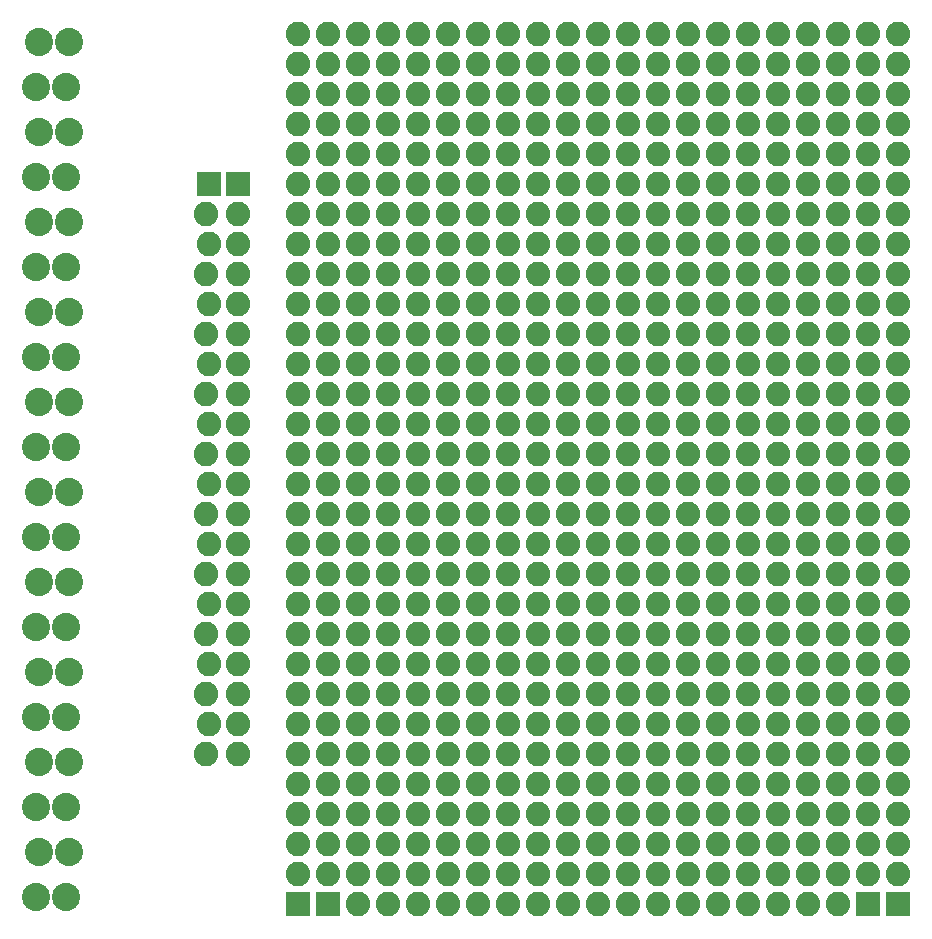
<source format=gbr>
G04 EAGLE Gerber RS-274X export*
G75*
%MOMM*%
%FSLAX34Y34*%
%LPD*%
%INSoldermask Bottom*%
%IPPOS*%
%AMOC8*
5,1,8,0,0,1.08239X$1,22.5*%
G01*
%ADD10R,2.082800X2.082800*%
%ADD11C,2.082800*%
%ADD12C,2.387600*%


D10*
X179070Y673100D03*
D11*
X176530Y647700D03*
X179070Y622300D03*
X176530Y596900D03*
X179070Y571500D03*
X176530Y546100D03*
X179070Y520700D03*
X176530Y495300D03*
X179070Y469900D03*
X176530Y444500D03*
X179070Y419100D03*
X176530Y393700D03*
X179070Y368300D03*
X176530Y342900D03*
X179070Y317500D03*
X176530Y292100D03*
X179070Y266700D03*
X176530Y241300D03*
X179070Y215900D03*
X176530Y190500D03*
D10*
X254000Y63500D03*
D11*
X254000Y88900D03*
X254000Y114300D03*
X254000Y139700D03*
X254000Y165100D03*
X254000Y190500D03*
X254000Y215900D03*
X254000Y241300D03*
X254000Y266700D03*
X254000Y292100D03*
X254000Y317500D03*
X254000Y342900D03*
X254000Y368300D03*
X254000Y393700D03*
X254000Y419100D03*
X254000Y444500D03*
X254000Y469900D03*
X254000Y495300D03*
X254000Y520700D03*
X254000Y546100D03*
X254000Y571500D03*
X254000Y596900D03*
X254000Y622300D03*
X254000Y647700D03*
X254000Y673100D03*
X254000Y698500D03*
X254000Y723900D03*
X254000Y749300D03*
X254000Y774700D03*
X254000Y800100D03*
D10*
X279400Y63500D03*
D11*
X279400Y88900D03*
X279400Y114300D03*
X279400Y139700D03*
X279400Y165100D03*
X279400Y190500D03*
X279400Y215900D03*
X279400Y241300D03*
X279400Y266700D03*
X279400Y292100D03*
X279400Y317500D03*
X279400Y342900D03*
X279400Y368300D03*
X279400Y393700D03*
X279400Y419100D03*
X279400Y444500D03*
X279400Y469900D03*
X279400Y495300D03*
X279400Y520700D03*
X279400Y546100D03*
X279400Y571500D03*
X279400Y596900D03*
X279400Y622300D03*
X279400Y647700D03*
X279400Y673100D03*
X279400Y698500D03*
X279400Y723900D03*
X279400Y749300D03*
X279400Y774700D03*
X279400Y800100D03*
D10*
X736600Y63500D03*
D11*
X736600Y88900D03*
X736600Y114300D03*
X736600Y139700D03*
X736600Y165100D03*
X736600Y190500D03*
X736600Y215900D03*
X736600Y241300D03*
X736600Y266700D03*
X736600Y292100D03*
X736600Y317500D03*
X736600Y342900D03*
X736600Y368300D03*
X736600Y393700D03*
X736600Y419100D03*
X736600Y444500D03*
X736600Y469900D03*
X736600Y495300D03*
X736600Y520700D03*
X736600Y546100D03*
X736600Y571500D03*
X736600Y596900D03*
X736600Y622300D03*
X736600Y647700D03*
X736600Y673100D03*
X736600Y698500D03*
X736600Y723900D03*
X736600Y749300D03*
X736600Y774700D03*
X736600Y800100D03*
D10*
X762000Y63500D03*
D11*
X762000Y88900D03*
X762000Y114300D03*
X762000Y139700D03*
X762000Y165100D03*
X762000Y190500D03*
X762000Y215900D03*
X762000Y241300D03*
X762000Y266700D03*
X762000Y292100D03*
X762000Y317500D03*
X762000Y342900D03*
X762000Y368300D03*
X762000Y393700D03*
X762000Y419100D03*
X762000Y444500D03*
X762000Y469900D03*
X762000Y495300D03*
X762000Y520700D03*
X762000Y546100D03*
X762000Y571500D03*
X762000Y596900D03*
X762000Y622300D03*
X762000Y647700D03*
X762000Y673100D03*
X762000Y698500D03*
X762000Y723900D03*
X762000Y749300D03*
X762000Y774700D03*
X762000Y800100D03*
D10*
X203200Y673100D03*
D11*
X203200Y647700D03*
X203200Y622300D03*
X203200Y596900D03*
X203200Y571500D03*
X203200Y546100D03*
X203200Y520700D03*
X203200Y495300D03*
X203200Y469900D03*
X203200Y444500D03*
X203200Y419100D03*
X203200Y393700D03*
X203200Y368300D03*
X203200Y342900D03*
X203200Y317500D03*
X203200Y292100D03*
X203200Y266700D03*
X203200Y241300D03*
X203200Y215900D03*
X203200Y190500D03*
D12*
X57912Y755663D03*
X32512Y755663D03*
X59944Y793763D03*
X34544Y793763D03*
X57912Y679463D03*
X32512Y679463D03*
X59944Y717563D03*
X34544Y717563D03*
X57912Y603263D03*
X32512Y603263D03*
X59944Y641363D03*
X34544Y641363D03*
X57912Y527063D03*
X32512Y527063D03*
X59944Y565163D03*
X34544Y565163D03*
X57912Y450863D03*
X32512Y450863D03*
X59944Y488963D03*
X34544Y488963D03*
X57912Y374663D03*
X32512Y374663D03*
X59944Y412763D03*
X34544Y412763D03*
X57912Y298463D03*
X32512Y298463D03*
X59944Y336563D03*
X34544Y336563D03*
X57912Y222263D03*
X32512Y222263D03*
X59944Y260363D03*
X34544Y260363D03*
X57912Y146063D03*
X32512Y146063D03*
X59944Y184163D03*
X34544Y184163D03*
X57912Y69863D03*
X32512Y69863D03*
X59944Y107963D03*
X34544Y107963D03*
D11*
X660400Y546100D03*
X635000Y546100D03*
X609600Y546100D03*
X304800Y571500D03*
X330200Y571500D03*
X355600Y571500D03*
X381000Y571500D03*
X406400Y571500D03*
X431800Y571500D03*
X457200Y571500D03*
X482600Y571500D03*
X508000Y571500D03*
X533400Y571500D03*
X558800Y571500D03*
X584200Y571500D03*
X660400Y571500D03*
X635000Y571500D03*
X609600Y571500D03*
X304800Y546100D03*
X330200Y546100D03*
X355600Y546100D03*
X381000Y546100D03*
X406400Y546100D03*
X431800Y546100D03*
X457200Y546100D03*
X482600Y546100D03*
X508000Y546100D03*
X533400Y546100D03*
X558800Y546100D03*
X584200Y546100D03*
X685800Y571500D03*
X711200Y571500D03*
X685800Y546100D03*
X711200Y546100D03*
X304800Y520700D03*
X330200Y520700D03*
X355600Y520700D03*
X381000Y520700D03*
X406400Y520700D03*
X431800Y520700D03*
X457200Y520700D03*
X482600Y520700D03*
X508000Y520700D03*
X533400Y520700D03*
X558800Y520700D03*
X584200Y520700D03*
X660400Y469900D03*
X635000Y469900D03*
X609600Y469900D03*
X304800Y495300D03*
X330200Y495300D03*
X355600Y495300D03*
X381000Y495300D03*
X406400Y495300D03*
X431800Y495300D03*
X457200Y495300D03*
X482600Y495300D03*
X508000Y495300D03*
X533400Y495300D03*
X558800Y495300D03*
X584200Y495300D03*
X660400Y495300D03*
X635000Y495300D03*
X609600Y495300D03*
X304800Y469900D03*
X330200Y469900D03*
X355600Y469900D03*
X381000Y469900D03*
X406400Y469900D03*
X431800Y469900D03*
X457200Y469900D03*
X482600Y469900D03*
X508000Y469900D03*
X533400Y469900D03*
X558800Y469900D03*
X584200Y469900D03*
X660400Y520700D03*
X635000Y520700D03*
X609600Y520700D03*
X685800Y520700D03*
X711200Y520700D03*
X685800Y495300D03*
X711200Y495300D03*
X685800Y469900D03*
X711200Y469900D03*
X304800Y444500D03*
X330200Y444500D03*
X355600Y444500D03*
X381000Y444500D03*
X406400Y444500D03*
X431800Y444500D03*
X457200Y444500D03*
X482600Y444500D03*
X508000Y444500D03*
X533400Y444500D03*
X558800Y444500D03*
X584200Y444500D03*
X660400Y393700D03*
X635000Y393700D03*
X609600Y393700D03*
X304800Y419100D03*
X330200Y419100D03*
X355600Y419100D03*
X381000Y419100D03*
X406400Y419100D03*
X431800Y419100D03*
X457200Y419100D03*
X482600Y419100D03*
X508000Y419100D03*
X533400Y419100D03*
X558800Y419100D03*
X584200Y419100D03*
X660400Y419100D03*
X635000Y419100D03*
X609600Y419100D03*
X304800Y393700D03*
X330200Y393700D03*
X355600Y393700D03*
X381000Y393700D03*
X406400Y393700D03*
X431800Y393700D03*
X457200Y393700D03*
X482600Y393700D03*
X508000Y393700D03*
X533400Y393700D03*
X558800Y393700D03*
X584200Y393700D03*
X660400Y444500D03*
X635000Y444500D03*
X609600Y444500D03*
X685800Y444500D03*
X711200Y444500D03*
X685800Y419100D03*
X711200Y419100D03*
X685800Y393700D03*
X711200Y393700D03*
X304800Y368300D03*
X330200Y368300D03*
X355600Y368300D03*
X381000Y368300D03*
X406400Y368300D03*
X431800Y368300D03*
X457200Y368300D03*
X482600Y368300D03*
X508000Y368300D03*
X533400Y368300D03*
X558800Y368300D03*
X584200Y368300D03*
X660400Y317500D03*
X635000Y317500D03*
X609600Y317500D03*
X304800Y342900D03*
X330200Y342900D03*
X355600Y342900D03*
X381000Y342900D03*
X406400Y342900D03*
X431800Y342900D03*
X457200Y342900D03*
X482600Y342900D03*
X508000Y342900D03*
X533400Y342900D03*
X558800Y342900D03*
X584200Y342900D03*
X660400Y342900D03*
X635000Y342900D03*
X609600Y342900D03*
X304800Y317500D03*
X330200Y317500D03*
X355600Y317500D03*
X381000Y317500D03*
X406400Y317500D03*
X431800Y317500D03*
X457200Y317500D03*
X482600Y317500D03*
X508000Y317500D03*
X533400Y317500D03*
X558800Y317500D03*
X584200Y317500D03*
X660400Y368300D03*
X635000Y368300D03*
X609600Y368300D03*
X685800Y368300D03*
X711200Y368300D03*
X685800Y342900D03*
X711200Y342900D03*
X685800Y317500D03*
X711200Y317500D03*
X304800Y292100D03*
X330200Y292100D03*
X355600Y292100D03*
X381000Y292100D03*
X406400Y292100D03*
X431800Y292100D03*
X457200Y292100D03*
X482600Y292100D03*
X508000Y292100D03*
X533400Y292100D03*
X558800Y292100D03*
X584200Y292100D03*
X660400Y241300D03*
X635000Y241300D03*
X609600Y241300D03*
X304800Y266700D03*
X330200Y266700D03*
X355600Y266700D03*
X381000Y266700D03*
X406400Y266700D03*
X431800Y266700D03*
X457200Y266700D03*
X482600Y266700D03*
X508000Y266700D03*
X533400Y266700D03*
X558800Y266700D03*
X584200Y266700D03*
X660400Y266700D03*
X635000Y266700D03*
X609600Y266700D03*
X304800Y241300D03*
X330200Y241300D03*
X355600Y241300D03*
X381000Y241300D03*
X406400Y241300D03*
X431800Y241300D03*
X457200Y241300D03*
X482600Y241300D03*
X508000Y241300D03*
X533400Y241300D03*
X558800Y241300D03*
X584200Y241300D03*
X660400Y292100D03*
X635000Y292100D03*
X609600Y292100D03*
X685800Y292100D03*
X711200Y292100D03*
X685800Y266700D03*
X711200Y266700D03*
X685800Y241300D03*
X711200Y241300D03*
X304800Y215900D03*
X330200Y215900D03*
X355600Y215900D03*
X381000Y215900D03*
X406400Y215900D03*
X431800Y215900D03*
X457200Y215900D03*
X482600Y215900D03*
X508000Y215900D03*
X533400Y215900D03*
X558800Y215900D03*
X584200Y215900D03*
X660400Y165100D03*
X635000Y165100D03*
X609600Y165100D03*
X304800Y190500D03*
X330200Y190500D03*
X355600Y190500D03*
X381000Y190500D03*
X406400Y190500D03*
X431800Y190500D03*
X457200Y190500D03*
X482600Y190500D03*
X508000Y190500D03*
X533400Y190500D03*
X558800Y190500D03*
X584200Y190500D03*
X660400Y190500D03*
X635000Y190500D03*
X609600Y190500D03*
X304800Y165100D03*
X330200Y165100D03*
X355600Y165100D03*
X381000Y165100D03*
X406400Y165100D03*
X431800Y165100D03*
X457200Y165100D03*
X482600Y165100D03*
X508000Y165100D03*
X533400Y165100D03*
X558800Y165100D03*
X584200Y165100D03*
X660400Y215900D03*
X635000Y215900D03*
X609600Y215900D03*
X685800Y215900D03*
X711200Y215900D03*
X685800Y190500D03*
X711200Y190500D03*
X685800Y165100D03*
X711200Y165100D03*
X660400Y139700D03*
X635000Y139700D03*
X609600Y139700D03*
X304800Y139700D03*
X330200Y139700D03*
X355600Y139700D03*
X381000Y139700D03*
X406400Y139700D03*
X431800Y139700D03*
X457200Y139700D03*
X482600Y139700D03*
X508000Y139700D03*
X533400Y139700D03*
X558800Y139700D03*
X584200Y139700D03*
X685800Y139700D03*
X711200Y139700D03*
X304800Y114300D03*
X330200Y114300D03*
X355600Y114300D03*
X381000Y114300D03*
X406400Y114300D03*
X431800Y114300D03*
X457200Y114300D03*
X482600Y114300D03*
X508000Y114300D03*
X533400Y114300D03*
X558800Y114300D03*
X584200Y114300D03*
X660400Y63500D03*
X635000Y63500D03*
X609600Y63500D03*
X304800Y88900D03*
X330200Y88900D03*
X355600Y88900D03*
X381000Y88900D03*
X406400Y88900D03*
X431800Y88900D03*
X457200Y88900D03*
X482600Y88900D03*
X508000Y88900D03*
X533400Y88900D03*
X558800Y88900D03*
X584200Y88900D03*
X660400Y88900D03*
X635000Y88900D03*
X609600Y88900D03*
X304800Y63500D03*
X330200Y63500D03*
X355600Y63500D03*
X381000Y63500D03*
X406400Y63500D03*
X431800Y63500D03*
X457200Y63500D03*
X482600Y63500D03*
X508000Y63500D03*
X533400Y63500D03*
X558800Y63500D03*
X584200Y63500D03*
X660400Y114300D03*
X635000Y114300D03*
X609600Y114300D03*
X685800Y114300D03*
X711200Y114300D03*
X685800Y88900D03*
X711200Y88900D03*
X685800Y63500D03*
X711200Y63500D03*
X660400Y774700D03*
X635000Y774700D03*
X609600Y774700D03*
X304800Y800100D03*
X330200Y800100D03*
X355600Y800100D03*
X381000Y800100D03*
X406400Y800100D03*
X431800Y800100D03*
X457200Y800100D03*
X482600Y800100D03*
X508000Y800100D03*
X533400Y800100D03*
X558800Y800100D03*
X584200Y800100D03*
X660400Y800100D03*
X635000Y800100D03*
X609600Y800100D03*
X304800Y774700D03*
X330200Y774700D03*
X355600Y774700D03*
X381000Y774700D03*
X406400Y774700D03*
X431800Y774700D03*
X457200Y774700D03*
X482600Y774700D03*
X508000Y774700D03*
X533400Y774700D03*
X558800Y774700D03*
X584200Y774700D03*
X685800Y800100D03*
X711200Y800100D03*
X685800Y774700D03*
X711200Y774700D03*
X304800Y749300D03*
X330200Y749300D03*
X355600Y749300D03*
X381000Y749300D03*
X406400Y749300D03*
X431800Y749300D03*
X457200Y749300D03*
X482600Y749300D03*
X508000Y749300D03*
X533400Y749300D03*
X558800Y749300D03*
X584200Y749300D03*
X660400Y698500D03*
X635000Y698500D03*
X609600Y698500D03*
X304800Y723900D03*
X330200Y723900D03*
X355600Y723900D03*
X381000Y723900D03*
X406400Y723900D03*
X431800Y723900D03*
X457200Y723900D03*
X482600Y723900D03*
X508000Y723900D03*
X533400Y723900D03*
X558800Y723900D03*
X584200Y723900D03*
X660400Y723900D03*
X635000Y723900D03*
X609600Y723900D03*
X304800Y698500D03*
X330200Y698500D03*
X355600Y698500D03*
X381000Y698500D03*
X406400Y698500D03*
X431800Y698500D03*
X457200Y698500D03*
X482600Y698500D03*
X508000Y698500D03*
X533400Y698500D03*
X558800Y698500D03*
X584200Y698500D03*
X660400Y749300D03*
X635000Y749300D03*
X609600Y749300D03*
X685800Y749300D03*
X711200Y749300D03*
X685800Y723900D03*
X711200Y723900D03*
X685800Y698500D03*
X711200Y698500D03*
X304800Y673100D03*
X330200Y673100D03*
X355600Y673100D03*
X381000Y673100D03*
X406400Y673100D03*
X431800Y673100D03*
X457200Y673100D03*
X482600Y673100D03*
X508000Y673100D03*
X533400Y673100D03*
X558800Y673100D03*
X584200Y673100D03*
X660400Y622300D03*
X635000Y622300D03*
X609600Y622300D03*
X304800Y647700D03*
X330200Y647700D03*
X355600Y647700D03*
X381000Y647700D03*
X406400Y647700D03*
X431800Y647700D03*
X457200Y647700D03*
X482600Y647700D03*
X508000Y647700D03*
X533400Y647700D03*
X558800Y647700D03*
X584200Y647700D03*
X660400Y647700D03*
X635000Y647700D03*
X609600Y647700D03*
X304800Y622300D03*
X330200Y622300D03*
X355600Y622300D03*
X381000Y622300D03*
X406400Y622300D03*
X431800Y622300D03*
X457200Y622300D03*
X482600Y622300D03*
X508000Y622300D03*
X533400Y622300D03*
X558800Y622300D03*
X584200Y622300D03*
X660400Y673100D03*
X635000Y673100D03*
X609600Y673100D03*
X685800Y673100D03*
X711200Y673100D03*
X685800Y647700D03*
X711200Y647700D03*
X685800Y622300D03*
X711200Y622300D03*
X304800Y596900D03*
X330200Y596900D03*
X355600Y596900D03*
X381000Y596900D03*
X406400Y596900D03*
X431800Y596900D03*
X457200Y596900D03*
X482600Y596900D03*
X508000Y596900D03*
X533400Y596900D03*
X558800Y596900D03*
X584200Y596900D03*
X660400Y596900D03*
X635000Y596900D03*
X609600Y596900D03*
X685800Y596900D03*
X711200Y596900D03*
M02*

</source>
